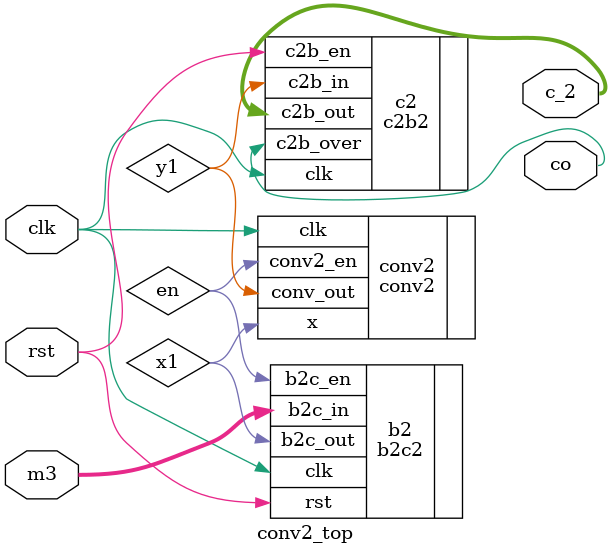
<source format=v>
`timescale 1ns / 1ps


module conv2_top(
   input clk,
	input[3:0] m3,
	input rst,
	output[3:0] c_2,
	output co
    );
wire x1;
wire y1;
wire en;

b2c2   b2(.clk(clk),
          .rst(rst),
			 .b2c_in(m3),
			 .b2c_out(x1),
			 .b2c_en(en)
			 );
			 
conv2  conv2(.clk(clk),
             .conv2_en(en),
				 .x(x1),
				 .conv_out(y1)
				 );
				 
c2b2  c2(.clk(clk),
         .c2b_en(rst),
			.c2b_in(y1),
			.c2b_out(c_2),
			.c2b_over(co)
			);

endmodule

</source>
